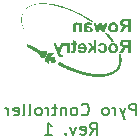
<source format=gbr>
%TF.GenerationSoftware,KiCad,Pcbnew,8.0.6*%
%TF.CreationDate,2024-10-29T20:24:22-04:00*%
%TF.ProjectId,Pyro-Controller,5079726f-2d43-46f6-9e74-726f6c6c6572,rev?*%
%TF.SameCoordinates,Original*%
%TF.FileFunction,Legend,Bot*%
%TF.FilePolarity,Positive*%
%FSLAX46Y46*%
G04 Gerber Fmt 4.6, Leading zero omitted, Abs format (unit mm)*
G04 Created by KiCad (PCBNEW 8.0.6) date 2024-10-29 20:24:22*
%MOMM*%
%LPD*%
G01*
G04 APERTURE LIST*
%ADD10C,0.200000*%
%ADD11C,0.000000*%
G04 APERTURE END LIST*
D10*
X42543405Y-40929275D02*
X42543405Y-39929275D01*
X42543405Y-39929275D02*
X42162453Y-39929275D01*
X42162453Y-39929275D02*
X42067215Y-39976894D01*
X42067215Y-39976894D02*
X42019596Y-40024513D01*
X42019596Y-40024513D02*
X41971977Y-40119751D01*
X41971977Y-40119751D02*
X41971977Y-40262608D01*
X41971977Y-40262608D02*
X42019596Y-40357846D01*
X42019596Y-40357846D02*
X42067215Y-40405465D01*
X42067215Y-40405465D02*
X42162453Y-40453084D01*
X42162453Y-40453084D02*
X42543405Y-40453084D01*
X41638643Y-40262608D02*
X41400548Y-40929275D01*
X41162453Y-40262608D02*
X41400548Y-40929275D01*
X41400548Y-40929275D02*
X41495786Y-41167370D01*
X41495786Y-41167370D02*
X41543405Y-41214989D01*
X41543405Y-41214989D02*
X41638643Y-41262608D01*
X40781500Y-40929275D02*
X40781500Y-40262608D01*
X40781500Y-40453084D02*
X40733881Y-40357846D01*
X40733881Y-40357846D02*
X40686262Y-40310227D01*
X40686262Y-40310227D02*
X40591024Y-40262608D01*
X40591024Y-40262608D02*
X40495786Y-40262608D01*
X40019595Y-40929275D02*
X40114833Y-40881656D01*
X40114833Y-40881656D02*
X40162452Y-40834036D01*
X40162452Y-40834036D02*
X40210071Y-40738798D01*
X40210071Y-40738798D02*
X40210071Y-40453084D01*
X40210071Y-40453084D02*
X40162452Y-40357846D01*
X40162452Y-40357846D02*
X40114833Y-40310227D01*
X40114833Y-40310227D02*
X40019595Y-40262608D01*
X40019595Y-40262608D02*
X39876738Y-40262608D01*
X39876738Y-40262608D02*
X39781500Y-40310227D01*
X39781500Y-40310227D02*
X39733881Y-40357846D01*
X39733881Y-40357846D02*
X39686262Y-40453084D01*
X39686262Y-40453084D02*
X39686262Y-40738798D01*
X39686262Y-40738798D02*
X39733881Y-40834036D01*
X39733881Y-40834036D02*
X39781500Y-40881656D01*
X39781500Y-40881656D02*
X39876738Y-40929275D01*
X39876738Y-40929275D02*
X40019595Y-40929275D01*
X37924357Y-40834036D02*
X37971976Y-40881656D01*
X37971976Y-40881656D02*
X38114833Y-40929275D01*
X38114833Y-40929275D02*
X38210071Y-40929275D01*
X38210071Y-40929275D02*
X38352928Y-40881656D01*
X38352928Y-40881656D02*
X38448166Y-40786417D01*
X38448166Y-40786417D02*
X38495785Y-40691179D01*
X38495785Y-40691179D02*
X38543404Y-40500703D01*
X38543404Y-40500703D02*
X38543404Y-40357846D01*
X38543404Y-40357846D02*
X38495785Y-40167370D01*
X38495785Y-40167370D02*
X38448166Y-40072132D01*
X38448166Y-40072132D02*
X38352928Y-39976894D01*
X38352928Y-39976894D02*
X38210071Y-39929275D01*
X38210071Y-39929275D02*
X38114833Y-39929275D01*
X38114833Y-39929275D02*
X37971976Y-39976894D01*
X37971976Y-39976894D02*
X37924357Y-40024513D01*
X37352928Y-40929275D02*
X37448166Y-40881656D01*
X37448166Y-40881656D02*
X37495785Y-40834036D01*
X37495785Y-40834036D02*
X37543404Y-40738798D01*
X37543404Y-40738798D02*
X37543404Y-40453084D01*
X37543404Y-40453084D02*
X37495785Y-40357846D01*
X37495785Y-40357846D02*
X37448166Y-40310227D01*
X37448166Y-40310227D02*
X37352928Y-40262608D01*
X37352928Y-40262608D02*
X37210071Y-40262608D01*
X37210071Y-40262608D02*
X37114833Y-40310227D01*
X37114833Y-40310227D02*
X37067214Y-40357846D01*
X37067214Y-40357846D02*
X37019595Y-40453084D01*
X37019595Y-40453084D02*
X37019595Y-40738798D01*
X37019595Y-40738798D02*
X37067214Y-40834036D01*
X37067214Y-40834036D02*
X37114833Y-40881656D01*
X37114833Y-40881656D02*
X37210071Y-40929275D01*
X37210071Y-40929275D02*
X37352928Y-40929275D01*
X36591023Y-40262608D02*
X36591023Y-40929275D01*
X36591023Y-40357846D02*
X36543404Y-40310227D01*
X36543404Y-40310227D02*
X36448166Y-40262608D01*
X36448166Y-40262608D02*
X36305309Y-40262608D01*
X36305309Y-40262608D02*
X36210071Y-40310227D01*
X36210071Y-40310227D02*
X36162452Y-40405465D01*
X36162452Y-40405465D02*
X36162452Y-40929275D01*
X35829118Y-40262608D02*
X35448166Y-40262608D01*
X35686261Y-39929275D02*
X35686261Y-40786417D01*
X35686261Y-40786417D02*
X35638642Y-40881656D01*
X35638642Y-40881656D02*
X35543404Y-40929275D01*
X35543404Y-40929275D02*
X35448166Y-40929275D01*
X35114832Y-40929275D02*
X35114832Y-40262608D01*
X35114832Y-40453084D02*
X35067213Y-40357846D01*
X35067213Y-40357846D02*
X35019594Y-40310227D01*
X35019594Y-40310227D02*
X34924356Y-40262608D01*
X34924356Y-40262608D02*
X34829118Y-40262608D01*
X34352927Y-40929275D02*
X34448165Y-40881656D01*
X34448165Y-40881656D02*
X34495784Y-40834036D01*
X34495784Y-40834036D02*
X34543403Y-40738798D01*
X34543403Y-40738798D02*
X34543403Y-40453084D01*
X34543403Y-40453084D02*
X34495784Y-40357846D01*
X34495784Y-40357846D02*
X34448165Y-40310227D01*
X34448165Y-40310227D02*
X34352927Y-40262608D01*
X34352927Y-40262608D02*
X34210070Y-40262608D01*
X34210070Y-40262608D02*
X34114832Y-40310227D01*
X34114832Y-40310227D02*
X34067213Y-40357846D01*
X34067213Y-40357846D02*
X34019594Y-40453084D01*
X34019594Y-40453084D02*
X34019594Y-40738798D01*
X34019594Y-40738798D02*
X34067213Y-40834036D01*
X34067213Y-40834036D02*
X34114832Y-40881656D01*
X34114832Y-40881656D02*
X34210070Y-40929275D01*
X34210070Y-40929275D02*
X34352927Y-40929275D01*
X33448165Y-40929275D02*
X33543403Y-40881656D01*
X33543403Y-40881656D02*
X33591022Y-40786417D01*
X33591022Y-40786417D02*
X33591022Y-39929275D01*
X32924355Y-40929275D02*
X33019593Y-40881656D01*
X33019593Y-40881656D02*
X33067212Y-40786417D01*
X33067212Y-40786417D02*
X33067212Y-39929275D01*
X32162450Y-40881656D02*
X32257688Y-40929275D01*
X32257688Y-40929275D02*
X32448164Y-40929275D01*
X32448164Y-40929275D02*
X32543402Y-40881656D01*
X32543402Y-40881656D02*
X32591021Y-40786417D01*
X32591021Y-40786417D02*
X32591021Y-40405465D01*
X32591021Y-40405465D02*
X32543402Y-40310227D01*
X32543402Y-40310227D02*
X32448164Y-40262608D01*
X32448164Y-40262608D02*
X32257688Y-40262608D01*
X32257688Y-40262608D02*
X32162450Y-40310227D01*
X32162450Y-40310227D02*
X32114831Y-40405465D01*
X32114831Y-40405465D02*
X32114831Y-40500703D01*
X32114831Y-40500703D02*
X32591021Y-40595941D01*
X31686259Y-40929275D02*
X31686259Y-40262608D01*
X31686259Y-40453084D02*
X31638640Y-40357846D01*
X31638640Y-40357846D02*
X31591021Y-40310227D01*
X31591021Y-40310227D02*
X31495783Y-40262608D01*
X31495783Y-40262608D02*
X31400545Y-40262608D01*
X38638642Y-42539219D02*
X38971975Y-42063028D01*
X39210070Y-42539219D02*
X39210070Y-41539219D01*
X39210070Y-41539219D02*
X38829118Y-41539219D01*
X38829118Y-41539219D02*
X38733880Y-41586838D01*
X38733880Y-41586838D02*
X38686261Y-41634457D01*
X38686261Y-41634457D02*
X38638642Y-41729695D01*
X38638642Y-41729695D02*
X38638642Y-41872552D01*
X38638642Y-41872552D02*
X38686261Y-41967790D01*
X38686261Y-41967790D02*
X38733880Y-42015409D01*
X38733880Y-42015409D02*
X38829118Y-42063028D01*
X38829118Y-42063028D02*
X39210070Y-42063028D01*
X37829118Y-42491600D02*
X37924356Y-42539219D01*
X37924356Y-42539219D02*
X38114832Y-42539219D01*
X38114832Y-42539219D02*
X38210070Y-42491600D01*
X38210070Y-42491600D02*
X38257689Y-42396361D01*
X38257689Y-42396361D02*
X38257689Y-42015409D01*
X38257689Y-42015409D02*
X38210070Y-41920171D01*
X38210070Y-41920171D02*
X38114832Y-41872552D01*
X38114832Y-41872552D02*
X37924356Y-41872552D01*
X37924356Y-41872552D02*
X37829118Y-41920171D01*
X37829118Y-41920171D02*
X37781499Y-42015409D01*
X37781499Y-42015409D02*
X37781499Y-42110647D01*
X37781499Y-42110647D02*
X38257689Y-42205885D01*
X37448165Y-41872552D02*
X37210070Y-42539219D01*
X37210070Y-42539219D02*
X36971975Y-41872552D01*
X36591022Y-42443980D02*
X36543403Y-42491600D01*
X36543403Y-42491600D02*
X36591022Y-42539219D01*
X36591022Y-42539219D02*
X36638641Y-42491600D01*
X36638641Y-42491600D02*
X36591022Y-42443980D01*
X36591022Y-42443980D02*
X36591022Y-42539219D01*
X34829118Y-42539219D02*
X35400546Y-42539219D01*
X35114832Y-42539219D02*
X35114832Y-41539219D01*
X35114832Y-41539219D02*
X35210070Y-41682076D01*
X35210070Y-41682076D02*
X35305308Y-41777314D01*
X35305308Y-41777314D02*
X35400546Y-41824933D01*
D11*
%TO.C,G\u002A\u002A\u002A*%
G36*
X33002402Y-33552751D02*
G01*
X33007577Y-33561819D01*
X33016356Y-33579274D01*
X33027811Y-33603243D01*
X33041015Y-33631849D01*
X33047364Y-33645951D01*
X33059103Y-33672829D01*
X33068034Y-33694406D01*
X33073377Y-33708760D01*
X33074350Y-33713967D01*
X33073930Y-33713726D01*
X33069372Y-33706470D01*
X33061406Y-33690898D01*
X33051119Y-33669425D01*
X33039596Y-33644466D01*
X33027925Y-33618436D01*
X33017191Y-33593752D01*
X33008481Y-33572828D01*
X33002881Y-33558080D01*
X33001476Y-33551923D01*
X33002402Y-33552751D01*
G37*
G36*
X40146397Y-34005000D02*
G01*
X40175373Y-34035036D01*
X40211216Y-34072284D01*
X40241149Y-34103586D01*
X40266703Y-34130613D01*
X40289410Y-34155033D01*
X40310801Y-34178514D01*
X40332407Y-34202725D01*
X40355761Y-34229336D01*
X40382392Y-34260016D01*
X40413834Y-34296432D01*
X40418686Y-34302060D01*
X40443705Y-34331146D01*
X40464890Y-34355992D01*
X40483640Y-34378344D01*
X40501357Y-34399949D01*
X40519440Y-34422554D01*
X40539291Y-34447905D01*
X40562309Y-34477749D01*
X40589896Y-34513834D01*
X40623450Y-34557906D01*
X40710515Y-34672362D01*
X40607706Y-34672362D01*
X40504898Y-34672362D01*
X40436096Y-34580916D01*
X40427789Y-34569911D01*
X40368233Y-34493039D01*
X40305034Y-34415020D01*
X40237045Y-34334520D01*
X40163121Y-34250202D01*
X40082116Y-34160733D01*
X39992882Y-34064777D01*
X39984015Y-34055337D01*
X39961562Y-34031135D01*
X39946313Y-34013896D01*
X39937298Y-34002247D01*
X39933546Y-33994815D01*
X39934085Y-33990226D01*
X39937943Y-33987107D01*
X39941691Y-33984916D01*
X39965660Y-33964277D01*
X39986193Y-33935588D01*
X40000620Y-33902456D01*
X40011916Y-33865660D01*
X40146397Y-34005000D01*
G37*
G36*
X39165505Y-35069142D02*
G01*
X39165505Y-35630737D01*
X39055627Y-35630737D01*
X38945750Y-35630737D01*
X38945456Y-35497969D01*
X38945162Y-35365200D01*
X38898040Y-35314715D01*
X38850918Y-35264230D01*
X38750305Y-35447299D01*
X38649691Y-35630369D01*
X38531969Y-35630553D01*
X38526394Y-35630561D01*
X38487179Y-35630539D01*
X38458481Y-35630260D01*
X38438795Y-35629581D01*
X38426613Y-35628363D01*
X38420429Y-35626463D01*
X38418737Y-35623741D01*
X38420029Y-35620055D01*
X38423435Y-35613995D01*
X38432442Y-35598138D01*
X38446326Y-35573765D01*
X38464459Y-35541976D01*
X38486212Y-35503871D01*
X38510959Y-35460551D01*
X38538071Y-35413116D01*
X38566919Y-35362666D01*
X38593219Y-35316545D01*
X38619992Y-35269286D01*
X38644209Y-35226215D01*
X38665282Y-35188397D01*
X38682621Y-35156897D01*
X38695635Y-35132781D01*
X38703734Y-35117114D01*
X38706329Y-35110960D01*
X38704441Y-35108436D01*
X38695272Y-35097827D01*
X38679397Y-35080068D01*
X38657807Y-35056250D01*
X38631493Y-35027466D01*
X38601445Y-34994805D01*
X38568657Y-34959360D01*
X38432684Y-34812761D01*
X38566927Y-34812761D01*
X38701170Y-34812761D01*
X38821934Y-34951085D01*
X38942698Y-35089409D01*
X38944283Y-34798478D01*
X38945868Y-34507546D01*
X39055686Y-34507546D01*
X39165505Y-34507546D01*
X39165505Y-35069142D01*
G37*
G36*
X37504942Y-33043327D02*
G01*
X37559592Y-33051167D01*
X37609015Y-33068124D01*
X37655621Y-33095174D01*
X37701818Y-33133291D01*
X37743202Y-33172183D01*
X37743202Y-33116504D01*
X37743202Y-33060826D01*
X37843923Y-33060826D01*
X37944644Y-33060826D01*
X37944644Y-33469815D01*
X37944644Y-33878803D01*
X37835170Y-33878803D01*
X37725695Y-33878803D01*
X37723468Y-33611740D01*
X37722941Y-33552855D01*
X37722332Y-33497493D01*
X37721652Y-33452134D01*
X37720852Y-33415613D01*
X37719880Y-33386765D01*
X37718687Y-33364427D01*
X37717221Y-33347432D01*
X37715433Y-33334617D01*
X37713271Y-33324816D01*
X37710686Y-33316865D01*
X37699308Y-33292685D01*
X37673118Y-33258321D01*
X37639283Y-33232610D01*
X37599231Y-33216521D01*
X37554390Y-33211019D01*
X37531670Y-33211901D01*
X37506960Y-33216761D01*
X37485920Y-33227526D01*
X37463763Y-33246047D01*
X37463654Y-33246151D01*
X37454930Y-33254832D01*
X37447585Y-33263689D01*
X37441487Y-33273816D01*
X37436505Y-33286306D01*
X37432510Y-33302254D01*
X37429370Y-33322753D01*
X37426955Y-33348898D01*
X37425134Y-33381781D01*
X37423777Y-33422497D01*
X37422752Y-33472141D01*
X37421930Y-33531805D01*
X37421179Y-33602583D01*
X37418446Y-33878803D01*
X37312235Y-33878803D01*
X37206024Y-33878803D01*
X37206024Y-33577761D01*
X37206166Y-33500952D01*
X37206596Y-33431808D01*
X37207304Y-33372262D01*
X37208279Y-33322837D01*
X37209511Y-33284054D01*
X37210990Y-33256434D01*
X37212705Y-33240498D01*
X37222168Y-33203711D01*
X37244055Y-33156379D01*
X37275043Y-33116618D01*
X37314516Y-33084889D01*
X37361855Y-33061655D01*
X37416444Y-33047376D01*
X37477665Y-33042513D01*
X37504942Y-33043327D01*
G37*
G36*
X37198118Y-34525983D02*
G01*
X37206214Y-34530089D01*
X37222831Y-34539321D01*
X37246332Y-34552744D01*
X37275076Y-34569425D01*
X37307425Y-34588428D01*
X37413335Y-34650997D01*
X37413453Y-34731879D01*
X37413570Y-34812761D01*
X37462404Y-34812761D01*
X37511239Y-34812761D01*
X37511239Y-34895169D01*
X37511239Y-34977577D01*
X37462404Y-34977577D01*
X37413570Y-34977577D01*
X37413570Y-35220916D01*
X37413570Y-35221417D01*
X37413410Y-35279336D01*
X37412957Y-35333397D01*
X37412241Y-35382210D01*
X37411295Y-35424382D01*
X37410148Y-35458522D01*
X37408833Y-35483237D01*
X37407380Y-35497136D01*
X37402775Y-35517702D01*
X37386924Y-35559800D01*
X37363431Y-35593061D01*
X37331330Y-35618637D01*
X37289654Y-35637683D01*
X37262972Y-35644256D01*
X37223371Y-35648454D01*
X37179257Y-35648591D01*
X37134448Y-35644687D01*
X37092766Y-35636758D01*
X37086457Y-35635109D01*
X37064202Y-35628695D01*
X37047334Y-35622918D01*
X37039099Y-35618862D01*
X37037655Y-35613240D01*
X37037249Y-35597932D01*
X37038102Y-35575892D01*
X37039955Y-35549826D01*
X37042545Y-35522435D01*
X37045611Y-35496425D01*
X37048892Y-35474498D01*
X37052127Y-35459360D01*
X37055054Y-35453713D01*
X37061705Y-35454758D01*
X37077250Y-35458199D01*
X37097455Y-35463208D01*
X37114953Y-35467109D01*
X37143584Y-35469179D01*
X37165189Y-35463362D01*
X37181532Y-35449369D01*
X37182072Y-35448675D01*
X37185143Y-35444138D01*
X37187627Y-35438500D01*
X37189585Y-35430527D01*
X37191081Y-35418985D01*
X37192175Y-35402639D01*
X37192932Y-35380256D01*
X37193411Y-35350602D01*
X37193677Y-35312441D01*
X37193791Y-35264540D01*
X37193815Y-35205665D01*
X37193815Y-34977577D01*
X37120564Y-34977577D01*
X37047312Y-34977577D01*
X37047312Y-34895169D01*
X37047312Y-34812761D01*
X37120564Y-34812761D01*
X37193815Y-34812761D01*
X37193815Y-34669310D01*
X37193879Y-34643343D01*
X37194219Y-34605544D01*
X37194813Y-34573210D01*
X37195615Y-34548028D01*
X37196581Y-34531682D01*
X37197665Y-34525859D01*
X37198118Y-34525983D01*
G37*
G36*
X41022059Y-33520998D02*
G01*
X41017496Y-33568765D01*
X41009285Y-33610428D01*
X40996831Y-33648975D01*
X40979536Y-33687393D01*
X40972415Y-33700730D01*
X40935731Y-33753832D01*
X40889787Y-33799942D01*
X40835710Y-33838229D01*
X40774629Y-33867858D01*
X40707671Y-33887999D01*
X40706655Y-33888217D01*
X40671574Y-33893307D01*
X40629436Y-33895879D01*
X40584971Y-33895923D01*
X40542910Y-33893431D01*
X40507982Y-33888393D01*
X40463667Y-33876084D01*
X40403173Y-33849084D01*
X40348040Y-33812186D01*
X40299333Y-33766442D01*
X40258120Y-33712906D01*
X40225467Y-33652632D01*
X40202441Y-33586672D01*
X40194814Y-33545855D01*
X40190634Y-33497658D01*
X40190341Y-33473185D01*
X40412699Y-33473185D01*
X40417425Y-33529154D01*
X40429514Y-33582663D01*
X40444412Y-33616856D01*
X40468801Y-33651727D01*
X40498933Y-33680786D01*
X40532032Y-33700836D01*
X40562842Y-33711356D01*
X40608653Y-33717334D01*
X40652838Y-33712163D01*
X40693953Y-33696463D01*
X40730557Y-33670853D01*
X40761205Y-33635954D01*
X40784456Y-33592385D01*
X40787518Y-33584392D01*
X40792125Y-33569540D01*
X40795181Y-33553381D01*
X40796990Y-33533189D01*
X40797853Y-33506242D01*
X40798073Y-33469815D01*
X40797424Y-33429919D01*
X40794517Y-33390769D01*
X40788631Y-33359154D01*
X40779065Y-33332583D01*
X40765121Y-33308564D01*
X40746098Y-33284604D01*
X40716625Y-33257548D01*
X40677894Y-33235782D01*
X40636007Y-33224266D01*
X40592863Y-33223025D01*
X40550365Y-33232081D01*
X40510412Y-33251459D01*
X40474905Y-33281183D01*
X40461899Y-33296542D01*
X40445964Y-33319108D01*
X40434970Y-33339108D01*
X40425033Y-33367510D01*
X40415261Y-33418167D01*
X40412699Y-33473185D01*
X40190341Y-33473185D01*
X40190028Y-33447003D01*
X40193051Y-33398531D01*
X40199756Y-33356885D01*
X40206100Y-33333216D01*
X40230553Y-33271480D01*
X40264644Y-33214124D01*
X40306985Y-33162929D01*
X40356186Y-33119676D01*
X40410858Y-33086148D01*
X40447059Y-33070057D01*
X40496887Y-33054303D01*
X40549772Y-33045450D01*
X40609722Y-33042619D01*
X40645089Y-33043723D01*
X40716911Y-33053915D01*
X40782597Y-33074579D01*
X40841803Y-33105468D01*
X40894185Y-33146338D01*
X40939397Y-33196941D01*
X40977095Y-33257031D01*
X41006935Y-33326363D01*
X41007556Y-33328145D01*
X41014068Y-33347819D01*
X41018576Y-33364924D01*
X41021429Y-33382417D01*
X41022977Y-33403251D01*
X41023572Y-33430381D01*
X41023561Y-33466762D01*
X41023476Y-33469815D01*
X41022059Y-33520998D01*
G37*
G36*
X41022059Y-35272933D02*
G01*
X41017496Y-35320700D01*
X41009285Y-35362362D01*
X40996831Y-35400909D01*
X40979536Y-35439328D01*
X40972415Y-35452664D01*
X40935731Y-35505766D01*
X40889787Y-35551877D01*
X40835710Y-35590163D01*
X40774629Y-35619793D01*
X40707671Y-35639934D01*
X40706655Y-35640152D01*
X40671574Y-35645241D01*
X40629436Y-35647813D01*
X40584971Y-35647858D01*
X40542910Y-35645366D01*
X40507982Y-35640328D01*
X40463667Y-35628019D01*
X40403173Y-35601019D01*
X40348040Y-35564120D01*
X40299333Y-35518377D01*
X40258120Y-35464841D01*
X40225467Y-35404567D01*
X40202441Y-35338607D01*
X40194814Y-35297790D01*
X40190634Y-35249593D01*
X40190341Y-35225119D01*
X40412699Y-35225119D01*
X40417425Y-35281088D01*
X40429514Y-35334597D01*
X40444412Y-35368790D01*
X40468801Y-35403661D01*
X40498933Y-35432721D01*
X40532032Y-35452771D01*
X40562842Y-35463290D01*
X40608653Y-35469269D01*
X40652838Y-35464098D01*
X40693953Y-35448398D01*
X40730557Y-35422788D01*
X40761205Y-35387888D01*
X40784456Y-35344320D01*
X40787518Y-35336326D01*
X40792125Y-35321475D01*
X40795181Y-35305315D01*
X40796990Y-35285124D01*
X40797853Y-35258176D01*
X40798073Y-35221749D01*
X40797424Y-35181853D01*
X40794517Y-35142704D01*
X40788631Y-35111089D01*
X40779065Y-35084518D01*
X40765121Y-35060498D01*
X40746098Y-35036539D01*
X40716625Y-35009483D01*
X40677894Y-34987717D01*
X40636007Y-34976201D01*
X40592863Y-34974959D01*
X40550365Y-34984015D01*
X40510412Y-35003394D01*
X40474905Y-35033118D01*
X40461899Y-35048476D01*
X40445964Y-35071043D01*
X40434970Y-35091043D01*
X40425033Y-35119445D01*
X40415261Y-35170101D01*
X40412699Y-35225119D01*
X40190341Y-35225119D01*
X40190028Y-35198938D01*
X40193051Y-35150466D01*
X40199756Y-35108820D01*
X40206100Y-35085150D01*
X40230553Y-35023415D01*
X40264644Y-34966059D01*
X40306985Y-34914863D01*
X40356186Y-34871611D01*
X40410858Y-34838083D01*
X40447059Y-34821991D01*
X40496887Y-34806238D01*
X40549772Y-34797385D01*
X40609722Y-34794554D01*
X40645089Y-34795658D01*
X40716911Y-34805849D01*
X40782597Y-34826513D01*
X40841803Y-34857403D01*
X40894185Y-34898272D01*
X40939397Y-34948875D01*
X40977095Y-35008966D01*
X41006935Y-35078298D01*
X41007556Y-35080080D01*
X41014068Y-35099753D01*
X41018576Y-35116859D01*
X41021429Y-35134351D01*
X41022977Y-35155185D01*
X41023572Y-35182315D01*
X41023561Y-35218697D01*
X41023476Y-35221749D01*
X41022059Y-35272933D01*
G37*
G36*
X42107778Y-33316780D02*
G01*
X42107778Y-33878803D01*
X41991796Y-33878803D01*
X41875815Y-33878803D01*
X41875815Y-33642869D01*
X41875815Y-33406936D01*
X41807915Y-33411060D01*
X41793309Y-33412057D01*
X41753222Y-33416622D01*
X41721479Y-33424161D01*
X41695196Y-33435847D01*
X41671490Y-33452855D01*
X41647477Y-33476357D01*
X41638809Y-33486675D01*
X41622941Y-33507391D01*
X41602235Y-33535665D01*
X41577723Y-33570046D01*
X41550437Y-33609085D01*
X41521410Y-33651331D01*
X41491674Y-33695333D01*
X41368743Y-33878803D01*
X41231904Y-33878803D01*
X41095064Y-33878803D01*
X41178034Y-33746034D01*
X41184319Y-33735985D01*
X41223979Y-33673081D01*
X41258430Y-33619569D01*
X41288468Y-33574427D01*
X41314888Y-33536635D01*
X41338487Y-33505169D01*
X41360058Y-33479009D01*
X41380398Y-33457133D01*
X41400302Y-33438518D01*
X41420566Y-33422143D01*
X41441985Y-33406986D01*
X41457390Y-33395832D01*
X41466809Y-33386625D01*
X41466402Y-33382236D01*
X41457696Y-33379829D01*
X41440384Y-33375218D01*
X41419018Y-33369631D01*
X41390212Y-33360984D01*
X41333638Y-33335735D01*
X41285727Y-33302028D01*
X41246839Y-33260297D01*
X41217335Y-33210976D01*
X41197575Y-33154498D01*
X41189018Y-33098488D01*
X41424735Y-33098488D01*
X41430117Y-33134078D01*
X41440001Y-33157705D01*
X41461449Y-33185218D01*
X41489981Y-33206673D01*
X41522749Y-33219443D01*
X41534190Y-33221162D01*
X41557642Y-33223305D01*
X41589564Y-33225386D01*
X41627899Y-33227290D01*
X41670589Y-33228904D01*
X41715577Y-33230113D01*
X41875815Y-33233531D01*
X41875815Y-33089188D01*
X41875815Y-32944845D01*
X41736942Y-32945113D01*
X41717406Y-32945175D01*
X41657088Y-32945821D01*
X41607314Y-32947336D01*
X41566801Y-32949981D01*
X41534265Y-32954016D01*
X41508424Y-32959702D01*
X41487994Y-32967301D01*
X41471693Y-32977072D01*
X41458237Y-32989277D01*
X41446343Y-33004177D01*
X41434325Y-33028065D01*
X41426312Y-33061756D01*
X41424735Y-33098488D01*
X41189018Y-33098488D01*
X41187919Y-33091298D01*
X41187183Y-33072612D01*
X41191624Y-33014133D01*
X41205732Y-32958428D01*
X41228655Y-32907132D01*
X41259542Y-32861879D01*
X41297541Y-32824302D01*
X41341801Y-32796036D01*
X41355714Y-32789367D01*
X41370561Y-32782864D01*
X41385509Y-32777380D01*
X41401660Y-32772817D01*
X41420114Y-32769080D01*
X41441971Y-32766070D01*
X41468333Y-32763691D01*
X41500299Y-32761847D01*
X41538971Y-32760440D01*
X41585449Y-32759373D01*
X41640833Y-32758551D01*
X41706225Y-32757876D01*
X41782724Y-32757250D01*
X42107778Y-32754757D01*
X42107778Y-33089188D01*
X42107778Y-33316780D01*
G37*
G36*
X42107778Y-35068714D02*
G01*
X42107778Y-35630737D01*
X41991796Y-35630737D01*
X41875815Y-35630737D01*
X41875815Y-35394804D01*
X41875815Y-35158871D01*
X41807915Y-35162995D01*
X41793309Y-35163992D01*
X41753222Y-35168557D01*
X41721479Y-35176096D01*
X41695196Y-35187782D01*
X41671490Y-35204790D01*
X41647477Y-35228292D01*
X41638809Y-35238610D01*
X41622941Y-35259325D01*
X41602235Y-35287599D01*
X41577723Y-35321981D01*
X41550437Y-35361020D01*
X41521410Y-35403266D01*
X41491674Y-35447268D01*
X41368743Y-35630737D01*
X41231904Y-35630737D01*
X41095064Y-35630737D01*
X41178034Y-35497969D01*
X41184319Y-35487920D01*
X41223979Y-35425015D01*
X41258430Y-35371503D01*
X41288468Y-35326362D01*
X41314888Y-35288570D01*
X41338487Y-35257104D01*
X41360058Y-35230944D01*
X41380398Y-35209067D01*
X41400302Y-35190452D01*
X41420566Y-35174078D01*
X41441985Y-35158921D01*
X41457390Y-35147767D01*
X41466809Y-35138560D01*
X41466402Y-35134170D01*
X41457696Y-35131763D01*
X41440384Y-35127153D01*
X41419018Y-35121566D01*
X41390212Y-35112918D01*
X41333638Y-35087670D01*
X41285727Y-35053963D01*
X41246839Y-35012232D01*
X41217335Y-34962911D01*
X41197575Y-34906433D01*
X41189018Y-34850423D01*
X41424735Y-34850423D01*
X41430117Y-34886013D01*
X41440001Y-34909640D01*
X41461449Y-34937153D01*
X41489981Y-34958607D01*
X41522749Y-34971378D01*
X41534190Y-34973096D01*
X41557642Y-34975240D01*
X41589564Y-34977321D01*
X41627899Y-34979225D01*
X41670589Y-34980839D01*
X41715577Y-34982048D01*
X41875815Y-34985465D01*
X41875815Y-34841122D01*
X41875815Y-34696779D01*
X41736942Y-34697047D01*
X41717406Y-34697109D01*
X41657088Y-34697755D01*
X41607314Y-34699270D01*
X41566801Y-34701915D01*
X41534265Y-34705950D01*
X41508424Y-34711637D01*
X41487994Y-34719235D01*
X41471693Y-34729007D01*
X41458237Y-34741212D01*
X41446343Y-34756111D01*
X41434325Y-34780000D01*
X41426312Y-34813690D01*
X41424735Y-34850423D01*
X41189018Y-34850423D01*
X41187919Y-34843233D01*
X41187183Y-34824547D01*
X41191624Y-34766068D01*
X41205732Y-34710363D01*
X41228655Y-34659067D01*
X41259542Y-34613813D01*
X41297541Y-34576237D01*
X41341801Y-34547971D01*
X41355714Y-34541301D01*
X41370561Y-34534799D01*
X41385509Y-34529315D01*
X41401660Y-34524752D01*
X41420114Y-34521014D01*
X41441971Y-34518004D01*
X41468333Y-34515626D01*
X41500299Y-34513781D01*
X41538971Y-34512374D01*
X41585449Y-34511308D01*
X41640833Y-34510486D01*
X41706225Y-34509810D01*
X41782724Y-34509185D01*
X42107778Y-34506691D01*
X42107778Y-34841122D01*
X42107778Y-35068714D01*
G37*
G36*
X38351308Y-35175230D02*
G01*
X38351679Y-35252271D01*
X38351208Y-35262832D01*
X38347842Y-35310337D01*
X38342236Y-35350053D01*
X38333542Y-35385623D01*
X38320909Y-35420689D01*
X38303487Y-35458893D01*
X38281390Y-35497753D01*
X38242459Y-35546329D01*
X38195371Y-35585848D01*
X38140252Y-35616212D01*
X38077229Y-35637321D01*
X38072103Y-35638512D01*
X38033477Y-35644557D01*
X37988179Y-35647790D01*
X37940726Y-35648156D01*
X37895638Y-35645598D01*
X37857433Y-35640060D01*
X37811149Y-35626564D01*
X37755552Y-35599588D01*
X37705842Y-35562859D01*
X37663484Y-35517503D01*
X37629938Y-35464648D01*
X37629771Y-35464319D01*
X37617517Y-35438228D01*
X37611501Y-35420567D01*
X37612012Y-35412186D01*
X37616170Y-35410324D01*
X37630824Y-35406423D01*
X37653315Y-35401615D01*
X37681167Y-35396313D01*
X37711905Y-35390927D01*
X37743052Y-35385871D01*
X37772131Y-35381557D01*
X37796667Y-35378397D01*
X37814183Y-35376804D01*
X37822203Y-35377189D01*
X37824128Y-35378726D01*
X37828663Y-35388783D01*
X37830087Y-35393986D01*
X37836621Y-35407631D01*
X37846660Y-35424763D01*
X37861728Y-35444645D01*
X37887475Y-35465115D01*
X37919607Y-35476756D01*
X37959905Y-35480441D01*
X37991956Y-35477726D01*
X38032825Y-35464847D01*
X38067475Y-35442020D01*
X38095162Y-35409954D01*
X38115145Y-35369359D01*
X38126681Y-35320944D01*
X38131857Y-35282792D01*
X37863468Y-35282792D01*
X37595079Y-35282792D01*
X37598331Y-35204962D01*
X37603464Y-35148498D01*
X37808777Y-35148498D01*
X37968275Y-35148498D01*
X38127773Y-35148498D01*
X38127773Y-35131515D01*
X38127302Y-35124049D01*
X38124338Y-35104484D01*
X38119549Y-35082828D01*
X38118055Y-35077395D01*
X38100720Y-35036924D01*
X38075534Y-35004458D01*
X38044111Y-34980674D01*
X38008068Y-34966249D01*
X37969020Y-34961861D01*
X37928582Y-34968188D01*
X37888371Y-34985906D01*
X37879067Y-34991722D01*
X37862458Y-35004869D01*
X37849501Y-35021132D01*
X37836457Y-35044749D01*
X37826732Y-35067048D01*
X37817692Y-35093890D01*
X37812716Y-35116450D01*
X37808777Y-35148498D01*
X37603464Y-35148498D01*
X37605336Y-35127913D01*
X37619986Y-35058625D01*
X37642507Y-34997624D01*
X37673175Y-34944162D01*
X37712268Y-34897490D01*
X37739182Y-34872942D01*
X37790032Y-34838229D01*
X37846278Y-34813819D01*
X37908734Y-34799396D01*
X37978218Y-34794644D01*
X37996228Y-34794993D01*
X38063506Y-34803109D01*
X38125235Y-34821790D01*
X38180907Y-34850786D01*
X38230013Y-34889848D01*
X38272042Y-34938727D01*
X38302060Y-34987082D01*
X38326890Y-35044178D01*
X38343176Y-35106380D01*
X38346145Y-35131515D01*
X38351308Y-35175230D01*
G37*
G36*
X39743241Y-34798749D02*
G01*
X39810820Y-34813285D01*
X39871852Y-34837696D01*
X39925812Y-34871573D01*
X39972175Y-34914507D01*
X40010417Y-34966089D01*
X40040014Y-35025909D01*
X40060440Y-35093559D01*
X40066027Y-35129170D01*
X40069467Y-35173285D01*
X40070653Y-35221425D01*
X40069582Y-35269584D01*
X40066249Y-35313757D01*
X40060653Y-35349940D01*
X40043406Y-35408026D01*
X40015039Y-35467425D01*
X39978016Y-35520200D01*
X39933357Y-35565341D01*
X39882077Y-35601839D01*
X39825194Y-35628682D01*
X39763726Y-35644859D01*
X39755195Y-35645717D01*
X39735759Y-35646777D01*
X39709867Y-35647655D01*
X39680769Y-35648219D01*
X39666593Y-35648239D01*
X39600932Y-35643545D01*
X39541270Y-35630437D01*
X39484718Y-35608328D01*
X39462717Y-35595544D01*
X39430639Y-35570672D01*
X39399174Y-35540168D01*
X39371528Y-35507227D01*
X39350910Y-35475044D01*
X39339028Y-35450213D01*
X39328008Y-35423538D01*
X39318726Y-35397646D01*
X39312033Y-35375111D01*
X39308776Y-35358506D01*
X39309804Y-35350404D01*
X39315517Y-35348443D01*
X39331080Y-35344839D01*
X39353951Y-35340199D01*
X39381720Y-35334947D01*
X39411977Y-35329504D01*
X39442308Y-35324294D01*
X39470304Y-35319738D01*
X39493552Y-35316261D01*
X39509642Y-35314284D01*
X39516162Y-35314230D01*
X39517877Y-35318306D01*
X39522174Y-35331387D01*
X39527718Y-35349940D01*
X39527823Y-35350303D01*
X39544719Y-35394185D01*
X39567306Y-35427459D01*
X39596201Y-35450623D01*
X39632020Y-35464171D01*
X39675382Y-35468602D01*
X39690232Y-35468391D01*
X39712102Y-35466225D01*
X39730661Y-35460557D01*
X39751686Y-35449977D01*
X39757945Y-35446266D01*
X39789951Y-35419836D01*
X39815309Y-35386093D01*
X39831240Y-35348578D01*
X39837336Y-35322969D01*
X39846011Y-35265948D01*
X39848948Y-35207793D01*
X39846223Y-35151519D01*
X39837908Y-35100142D01*
X39824077Y-35056678D01*
X39808385Y-35028519D01*
X39782502Y-35000090D01*
X39751420Y-34979387D01*
X39716952Y-34966432D01*
X39680908Y-34961252D01*
X39645099Y-34963871D01*
X39611336Y-34974313D01*
X39581429Y-34992602D01*
X39557191Y-35018764D01*
X39540431Y-35052824D01*
X39536190Y-35065511D01*
X39531011Y-35080053D01*
X39528208Y-35086625D01*
X39523176Y-35086741D01*
X39508233Y-35085027D01*
X39485808Y-35081734D01*
X39458311Y-35077289D01*
X39428152Y-35072117D01*
X39397743Y-35066643D01*
X39369495Y-35061291D01*
X39345817Y-35056488D01*
X39329121Y-35052657D01*
X39321816Y-35050225D01*
X39320249Y-35042462D01*
X39323898Y-35026312D01*
X39332117Y-35004463D01*
X39343879Y-34979310D01*
X39358156Y-34953253D01*
X39373920Y-34928689D01*
X39399225Y-34896809D01*
X39440345Y-34859043D01*
X39487904Y-34830267D01*
X39542677Y-34810138D01*
X39605440Y-34798313D01*
X39676968Y-34794448D01*
X39743241Y-34798749D01*
G37*
G36*
X39143074Y-33089822D02*
G01*
X39143481Y-33091205D01*
X39147625Y-33105439D01*
X39154641Y-33129670D01*
X39164104Y-33162426D01*
X39175589Y-33202235D01*
X39188672Y-33247624D01*
X39202927Y-33297122D01*
X39217931Y-33349255D01*
X39222100Y-33363726D01*
X39236542Y-33413495D01*
X39249916Y-33459050D01*
X39261843Y-33499135D01*
X39271944Y-33532497D01*
X39279841Y-33557880D01*
X39285154Y-33574030D01*
X39287506Y-33579692D01*
X39288606Y-33577132D01*
X39292492Y-33564193D01*
X39298776Y-33541402D01*
X39307145Y-33509964D01*
X39317282Y-33471080D01*
X39328872Y-33425954D01*
X39341599Y-33375788D01*
X39355149Y-33321785D01*
X39419509Y-33063878D01*
X39525859Y-33063878D01*
X39632208Y-33063878D01*
X39699273Y-33321785D01*
X39708861Y-33358527D01*
X39722414Y-33410009D01*
X39734888Y-33456855D01*
X39745954Y-33497867D01*
X39755286Y-33531845D01*
X39762557Y-33557594D01*
X39767441Y-33573914D01*
X39769611Y-33579608D01*
X39770930Y-33576653D01*
X39775342Y-33563260D01*
X39782433Y-33540142D01*
X39791854Y-33508484D01*
X39803257Y-33469473D01*
X39816292Y-33424293D01*
X39830612Y-33374132D01*
X39845867Y-33320175D01*
X39918851Y-33060826D01*
X40024829Y-33060826D01*
X40051691Y-33060859D01*
X40082731Y-33061105D01*
X40104257Y-33061739D01*
X40117886Y-33062929D01*
X40125231Y-33064842D01*
X40127908Y-33067646D01*
X40127533Y-33071509D01*
X40125919Y-33076738D01*
X40120341Y-33094682D01*
X40111865Y-33121849D01*
X40100856Y-33157080D01*
X40087676Y-33199215D01*
X40072690Y-33247096D01*
X40056261Y-33299561D01*
X40038753Y-33355451D01*
X40020530Y-33413607D01*
X40001954Y-33472869D01*
X39983390Y-33532077D01*
X39965200Y-33590072D01*
X39947750Y-33645693D01*
X39931402Y-33697781D01*
X39916519Y-33745176D01*
X39903467Y-33786719D01*
X39892607Y-33821250D01*
X39884304Y-33847609D01*
X39878921Y-33864636D01*
X39876822Y-33871172D01*
X39876772Y-33871296D01*
X39872067Y-33874229D01*
X39860092Y-33876360D01*
X39839614Y-33877775D01*
X39809402Y-33878560D01*
X39768223Y-33878803D01*
X39662459Y-33878803D01*
X39595749Y-33622562D01*
X39586232Y-33586235D01*
X39572709Y-33535437D01*
X39560233Y-33489528D01*
X39549133Y-33449666D01*
X39539738Y-33417006D01*
X39532377Y-33392706D01*
X39527377Y-33377923D01*
X39525068Y-33373812D01*
X39524211Y-33376208D01*
X39520377Y-33389149D01*
X39513963Y-33411976D01*
X39505314Y-33443422D01*
X39494775Y-33482219D01*
X39482692Y-33527102D01*
X39469409Y-33576802D01*
X39455272Y-33630052D01*
X39389447Y-33878803D01*
X39284600Y-33878803D01*
X39179753Y-33878803D01*
X39052776Y-33480497D01*
X39040085Y-33440682D01*
X39019234Y-33375232D01*
X38999617Y-33313616D01*
X38981543Y-33256808D01*
X38965323Y-33205782D01*
X38951265Y-33161514D01*
X38939679Y-33124978D01*
X38930876Y-33097148D01*
X38925164Y-33079000D01*
X38922853Y-33071509D01*
X38922438Y-33068692D01*
X38924147Y-33065601D01*
X38930009Y-33063442D01*
X38941636Y-33062051D01*
X38960637Y-33061260D01*
X38988625Y-33060907D01*
X39027209Y-33060826D01*
X39134510Y-33060826D01*
X39143074Y-33089822D01*
G37*
G36*
X33361633Y-34902410D02*
G01*
X33402022Y-34908374D01*
X33451878Y-34919841D01*
X33468439Y-34924224D01*
X33495563Y-34931919D01*
X33522143Y-34940292D01*
X33549029Y-34949769D01*
X33577071Y-34960776D01*
X33607118Y-34973741D01*
X33640022Y-34989088D01*
X33676631Y-35007243D01*
X33717797Y-35028634D01*
X33764369Y-35053686D01*
X33817197Y-35082825D01*
X33877131Y-35116477D01*
X33945022Y-35155069D01*
X34021719Y-35199026D01*
X34108072Y-35248775D01*
X34147705Y-35271624D01*
X34221072Y-35313760D01*
X34284624Y-35350013D01*
X34338813Y-35380629D01*
X34384088Y-35405856D01*
X34420901Y-35425942D01*
X34449703Y-35441133D01*
X34470943Y-35451678D01*
X34485074Y-35457823D01*
X34492545Y-35459817D01*
X34504526Y-35459193D01*
X34526263Y-35457289D01*
X34553959Y-35454413D01*
X34584408Y-35450875D01*
X34604668Y-35448404D01*
X34667476Y-35440867D01*
X34719139Y-35434898D01*
X34760396Y-35430423D01*
X34791983Y-35427371D01*
X34814640Y-35425667D01*
X34829103Y-35425240D01*
X34836111Y-35426016D01*
X34843495Y-35429823D01*
X34859325Y-35438951D01*
X34880814Y-35451835D01*
X34905508Y-35467023D01*
X34915262Y-35473117D01*
X34938150Y-35487861D01*
X34952882Y-35498606D01*
X34961229Y-35507004D01*
X34964959Y-35514708D01*
X34965843Y-35523370D01*
X34965851Y-35524499D01*
X34966296Y-35544278D01*
X34967273Y-35572313D01*
X34968626Y-35605195D01*
X34970200Y-35639514D01*
X34971838Y-35671860D01*
X34973386Y-35698825D01*
X34974688Y-35716997D01*
X34975182Y-35725502D01*
X34974575Y-35734746D01*
X34972051Y-35745131D01*
X34966900Y-35758223D01*
X34958414Y-35775586D01*
X34945884Y-35798787D01*
X34928600Y-35829391D01*
X34905854Y-35868964D01*
X34834502Y-35992663D01*
X34730729Y-36046618D01*
X34729026Y-36047503D01*
X34696338Y-36064268D01*
X34667135Y-36078849D01*
X34643245Y-36090364D01*
X34626493Y-36097931D01*
X34618706Y-36100671D01*
X34610816Y-36098148D01*
X34594463Y-36090838D01*
X34572209Y-36079889D01*
X34546491Y-36066458D01*
X34482525Y-36032147D01*
X34462863Y-35988628D01*
X34461826Y-35986325D01*
X34452669Y-35965680D01*
X34439980Y-35936706D01*
X34424848Y-35901913D01*
X34408367Y-35863810D01*
X34391627Y-35824905D01*
X34340054Y-35704700D01*
X34221020Y-35636000D01*
X34207116Y-35627975D01*
X34112225Y-35573205D01*
X34027183Y-35524102D01*
X33951351Y-35480283D01*
X33884092Y-35441366D01*
X33824768Y-35406968D01*
X33772740Y-35376707D01*
X33727372Y-35350200D01*
X33688025Y-35327065D01*
X33654061Y-35306919D01*
X33624843Y-35289379D01*
X33599733Y-35274063D01*
X33578093Y-35260589D01*
X33559285Y-35248574D01*
X33542671Y-35237636D01*
X33527614Y-35227391D01*
X33513475Y-35217457D01*
X33499616Y-35207453D01*
X33485401Y-35196994D01*
X33470191Y-35185700D01*
X33454660Y-35173651D01*
X33425562Y-35149051D01*
X33394908Y-35121058D01*
X33364528Y-35091531D01*
X33336255Y-35062326D01*
X33311920Y-35035301D01*
X33293353Y-35012314D01*
X33282387Y-34995221D01*
X33277512Y-34984390D01*
X33269347Y-34955390D01*
X33271527Y-34932713D01*
X33284111Y-34916140D01*
X33307160Y-34905454D01*
X33329353Y-34901812D01*
X33361633Y-34902410D01*
G37*
G36*
X38862931Y-33628786D02*
G01*
X38863179Y-33659048D01*
X38862933Y-33683158D01*
X38861758Y-33706684D01*
X38859049Y-33724406D01*
X38854189Y-33739950D01*
X38846563Y-33756944D01*
X38820987Y-33799030D01*
X38784429Y-33838020D01*
X38740304Y-33867662D01*
X38689369Y-33887330D01*
X38663152Y-33892390D01*
X38624267Y-33895816D01*
X38582444Y-33896195D01*
X38542574Y-33893517D01*
X38509546Y-33887769D01*
X38498916Y-33884732D01*
X38456196Y-33868059D01*
X38414286Y-33845535D01*
X38378884Y-33820110D01*
X38369672Y-33812557D01*
X38356633Y-33803130D01*
X38349154Y-33799447D01*
X38344883Y-33804398D01*
X38338591Y-33818143D01*
X38331811Y-33837599D01*
X38320059Y-33875751D01*
X38211864Y-33877417D01*
X38103670Y-33879083D01*
X38115573Y-33851315D01*
X38119363Y-33842404D01*
X38126101Y-33825756D01*
X38131692Y-33809894D01*
X38136267Y-33793520D01*
X38139955Y-33775333D01*
X38142887Y-33754034D01*
X38145192Y-33728324D01*
X38147000Y-33696904D01*
X38148440Y-33658473D01*
X38149643Y-33611733D01*
X38150739Y-33555384D01*
X38151185Y-33528545D01*
X38365533Y-33528545D01*
X38365903Y-33552532D01*
X38366919Y-33578102D01*
X38368489Y-33602374D01*
X38370522Y-33622465D01*
X38372925Y-33635495D01*
X38376807Y-33646064D01*
X38394944Y-33675702D01*
X38421305Y-33702244D01*
X38452985Y-33722531D01*
X38461229Y-33726243D01*
X38497468Y-33737484D01*
X38534148Y-33741854D01*
X38566533Y-33738681D01*
X38595271Y-33727008D01*
X38619447Y-33707415D01*
X38636312Y-33682613D01*
X38645499Y-33654743D01*
X38646638Y-33625946D01*
X38639361Y-33598365D01*
X38623299Y-33574142D01*
X38598083Y-33555417D01*
X38593364Y-33553446D01*
X38576954Y-33547972D01*
X38552689Y-33540700D01*
X38523014Y-33532283D01*
X38490378Y-33523373D01*
X38457228Y-33514620D01*
X38426010Y-33506678D01*
X38399171Y-33500198D01*
X38379159Y-33495832D01*
X38368420Y-33494232D01*
X38367099Y-33496845D01*
X38365901Y-33509022D01*
X38365533Y-33528545D01*
X38151185Y-33528545D01*
X38151856Y-33488127D01*
X38151943Y-33482724D01*
X38153017Y-33418712D01*
X38154032Y-33365611D01*
X38155052Y-33322216D01*
X38156140Y-33287322D01*
X38157361Y-33259725D01*
X38158777Y-33238219D01*
X38160453Y-33221600D01*
X38162452Y-33208663D01*
X38164838Y-33198203D01*
X38167675Y-33189017D01*
X38181440Y-33159906D01*
X38208769Y-33125364D01*
X38245491Y-33095457D01*
X38290183Y-33071291D01*
X38341424Y-33053971D01*
X38354046Y-33051477D01*
X38383522Y-33048118D01*
X38420232Y-33045963D01*
X38461406Y-33044984D01*
X38504272Y-33045155D01*
X38546058Y-33046450D01*
X38583993Y-33048841D01*
X38615305Y-33052303D01*
X38637222Y-33056808D01*
X38687593Y-33075763D01*
X38728783Y-33099241D01*
X38763332Y-33128704D01*
X38770376Y-33136452D01*
X38788727Y-33160713D01*
X38806441Y-33189041D01*
X38821699Y-33218096D01*
X38832682Y-33244537D01*
X38837569Y-33265022D01*
X38838924Y-33283037D01*
X38756516Y-33296606D01*
X38731151Y-33300792D01*
X38699683Y-33305823D01*
X38677293Y-33308754D01*
X38662149Y-33309431D01*
X38652420Y-33307697D01*
X38646271Y-33303396D01*
X38641870Y-33296373D01*
X38637386Y-33286471D01*
X38620147Y-33257936D01*
X38592362Y-33232536D01*
X38556889Y-33216358D01*
X38514050Y-33209540D01*
X38464169Y-33212223D01*
X38430650Y-33219423D01*
X38400540Y-33233397D01*
X38380328Y-33253870D01*
X38369422Y-33281482D01*
X38367233Y-33316869D01*
X38368893Y-33350105D01*
X38405519Y-33361004D01*
X38409572Y-33362172D01*
X38431718Y-33367959D01*
X38461550Y-33375147D01*
X38495664Y-33382934D01*
X38530657Y-33390516D01*
X38574181Y-33399867D01*
X38622524Y-33410965D01*
X38661612Y-33420982D01*
X38693048Y-33430368D01*
X38718435Y-33439572D01*
X38739376Y-33449044D01*
X38745440Y-33452235D01*
X38786470Y-33480592D01*
X38820802Y-33516382D01*
X38845764Y-33556897D01*
X38852954Y-33573306D01*
X38858464Y-33589704D01*
X38861575Y-33606934D01*
X38862755Y-33625946D01*
X38862931Y-33628786D01*
G37*
G36*
X36580918Y-34799862D02*
G01*
X36614522Y-34814306D01*
X36649111Y-34841042D01*
X36683033Y-34879774D01*
X36711575Y-34917744D01*
X36711575Y-34865252D01*
X36711575Y-34812761D01*
X36812296Y-34812761D01*
X36913017Y-34812761D01*
X36913017Y-35221749D01*
X36913017Y-35630737D01*
X36806192Y-35630737D01*
X36699367Y-35630737D01*
X36699345Y-35476604D01*
X36698951Y-35397998D01*
X36697512Y-35320874D01*
X36694872Y-35254349D01*
X36690877Y-35197593D01*
X36685373Y-35149774D01*
X36678206Y-35110061D01*
X36669224Y-35077623D01*
X36658272Y-35051627D01*
X36645197Y-35031243D01*
X36629846Y-35015638D01*
X36612065Y-35003983D01*
X36587671Y-34995823D01*
X36554529Y-34993444D01*
X36519594Y-34998197D01*
X36487035Y-35009884D01*
X36454780Y-35026116D01*
X36448447Y-35009477D01*
X36446181Y-35003377D01*
X36439718Y-34985497D01*
X36431169Y-34961502D01*
X36421769Y-34934847D01*
X36416493Y-34919871D01*
X36407220Y-34893851D01*
X36399383Y-34872217D01*
X36394269Y-34858543D01*
X36393398Y-34856597D01*
X36391641Y-34854592D01*
X36389326Y-34855027D01*
X36386144Y-34858652D01*
X36381785Y-34866216D01*
X36375937Y-34878470D01*
X36368292Y-34896161D01*
X36358538Y-34920041D01*
X36346367Y-34950857D01*
X36331466Y-34989361D01*
X36313528Y-35036300D01*
X36292240Y-35092426D01*
X36267294Y-35158486D01*
X36238378Y-35235231D01*
X36214053Y-35299753D01*
X36188058Y-35368647D01*
X36165854Y-35427696D01*
X36147216Y-35477790D01*
X36131920Y-35519819D01*
X36119742Y-35554671D01*
X36110456Y-35583237D01*
X36103839Y-35606405D01*
X36099667Y-35625066D01*
X36097714Y-35640107D01*
X36097757Y-35652419D01*
X36099571Y-35662892D01*
X36102931Y-35672414D01*
X36107613Y-35681874D01*
X36113394Y-35692163D01*
X36120047Y-35704170D01*
X36123313Y-35710127D01*
X36147004Y-35744093D01*
X36174664Y-35767858D01*
X36207676Y-35782052D01*
X36247418Y-35787306D01*
X36295272Y-35784252D01*
X36300430Y-35783575D01*
X36321878Y-35781055D01*
X36337363Y-35779709D01*
X36343824Y-35779817D01*
X36343993Y-35784958D01*
X36342899Y-35799821D01*
X36340747Y-35821671D01*
X36337863Y-35847789D01*
X36334571Y-35875459D01*
X36331196Y-35901960D01*
X36328062Y-35924576D01*
X36325495Y-35940587D01*
X36323819Y-35947277D01*
X36322996Y-35947823D01*
X36313569Y-35950975D01*
X36298076Y-35954513D01*
X36287946Y-35955895D01*
X36265826Y-35957642D01*
X36237850Y-35958970D01*
X36207727Y-35959668D01*
X36182350Y-35959451D01*
X36121151Y-35953909D01*
X36068610Y-35940679D01*
X36023690Y-35919173D01*
X35985352Y-35888804D01*
X35952558Y-35848983D01*
X35924271Y-35799122D01*
X35923894Y-35798314D01*
X35918735Y-35785849D01*
X35909863Y-35763131D01*
X35897675Y-35731243D01*
X35882571Y-35691266D01*
X35864948Y-35644284D01*
X35845205Y-35591379D01*
X35823740Y-35533635D01*
X35800951Y-35472134D01*
X35777237Y-35407959D01*
X35752995Y-35342193D01*
X35728624Y-35275919D01*
X35704523Y-35210220D01*
X35681088Y-35146177D01*
X35658720Y-35084875D01*
X35637815Y-35027396D01*
X35618773Y-34974823D01*
X35601991Y-34928238D01*
X35587867Y-34888725D01*
X35576801Y-34857367D01*
X35569189Y-34835245D01*
X35565432Y-34823443D01*
X35565100Y-34820139D01*
X35567320Y-34817241D01*
X35573850Y-34815218D01*
X35586269Y-34813915D01*
X35606157Y-34813178D01*
X35635093Y-34812852D01*
X35674658Y-34812784D01*
X35786774Y-34812806D01*
X35877481Y-35092055D01*
X35878254Y-35094435D01*
X35896429Y-35150213D01*
X35913533Y-35202391D01*
X35929183Y-35249823D01*
X35942996Y-35291365D01*
X35954590Y-35325869D01*
X35963582Y-35352192D01*
X35969589Y-35369187D01*
X35972229Y-35375709D01*
X35972381Y-35375721D01*
X35975545Y-35369456D01*
X35982083Y-35352832D01*
X35991610Y-35326937D01*
X36003744Y-35292857D01*
X36018101Y-35251680D01*
X36034299Y-35204492D01*
X36051953Y-35152383D01*
X36070681Y-35096437D01*
X36165093Y-34812761D01*
X36279622Y-34812761D01*
X36286659Y-34812764D01*
X36325758Y-34812943D01*
X36354382Y-34813484D01*
X36374033Y-34814502D01*
X36386211Y-34816114D01*
X36392416Y-34818435D01*
X36394152Y-34821580D01*
X36394358Y-34823250D01*
X36398505Y-34825594D01*
X36409453Y-34822771D01*
X36429130Y-34814385D01*
X36434917Y-34811897D01*
X36469739Y-34801541D01*
X36509034Y-34795762D01*
X36547771Y-34795042D01*
X36580918Y-34799862D01*
G37*
G36*
X41090872Y-35750528D02*
G01*
X41116253Y-35750973D01*
X41144786Y-35751632D01*
X41173935Y-35752437D01*
X41201164Y-35753322D01*
X41223936Y-35754220D01*
X41239716Y-35755064D01*
X41245967Y-35755788D01*
X41246206Y-35756170D01*
X41249057Y-35764450D01*
X41253845Y-35780957D01*
X41259675Y-35802634D01*
X41279206Y-35887433D01*
X41297918Y-35998694D01*
X41309736Y-36111709D01*
X41314471Y-36223662D01*
X41311935Y-36331735D01*
X41301938Y-36433110D01*
X41301778Y-36434236D01*
X41279312Y-36551921D01*
X41246115Y-36667920D01*
X41202996Y-36779810D01*
X41150764Y-36885171D01*
X41134316Y-36914052D01*
X41109502Y-36954747D01*
X41084409Y-36991642D01*
X41057216Y-37027059D01*
X41026101Y-37063320D01*
X40989243Y-37102745D01*
X40944820Y-37147656D01*
X40940673Y-37151757D01*
X40863077Y-37223116D01*
X40782514Y-37286747D01*
X40696699Y-37344186D01*
X40603348Y-37396968D01*
X40500176Y-37446630D01*
X40427287Y-37477825D01*
X40347786Y-37508453D01*
X40267810Y-37535413D01*
X40185689Y-37559106D01*
X40099750Y-37579934D01*
X40008320Y-37598299D01*
X39909729Y-37614603D01*
X39802303Y-37629246D01*
X39684370Y-37642632D01*
X39673480Y-37643522D01*
X39649041Y-37644935D01*
X39616160Y-37646433D01*
X39577055Y-37647926D01*
X39533940Y-37649325D01*
X39489033Y-37650539D01*
X39470240Y-37650948D01*
X39412940Y-37651705D01*
X39352947Y-37651859D01*
X39292391Y-37651450D01*
X39233398Y-37650519D01*
X39178097Y-37649105D01*
X39128616Y-37647249D01*
X39087084Y-37644991D01*
X39055627Y-37642371D01*
X39039201Y-37640735D01*
X39012110Y-37638283D01*
X38980194Y-37635569D01*
X38947405Y-37632937D01*
X38895697Y-37628399D01*
X38795479Y-37617130D01*
X38684250Y-37601750D01*
X38562304Y-37582300D01*
X38429936Y-37558823D01*
X38392894Y-37551736D01*
X38324429Y-37537747D01*
X38249721Y-37521557D01*
X38171378Y-37503786D01*
X38092009Y-37485055D01*
X38014223Y-37465985D01*
X37940629Y-37447194D01*
X37873836Y-37429305D01*
X37816454Y-37412938D01*
X37780394Y-37402252D01*
X37740098Y-37390370D01*
X37701640Y-37379082D01*
X37669951Y-37369837D01*
X37664765Y-37368321D01*
X37625926Y-37356476D01*
X37578616Y-37341397D01*
X37525409Y-37323954D01*
X37468878Y-37305015D01*
X37411594Y-37285449D01*
X37356132Y-37266127D01*
X37305064Y-37247916D01*
X37260962Y-37231685D01*
X37256161Y-37229881D01*
X37216632Y-37215133D01*
X37174089Y-37199405D01*
X37133342Y-37184470D01*
X37099198Y-37172097D01*
X37073904Y-37162813D01*
X37034386Y-37147751D01*
X36995159Y-37132263D01*
X36961852Y-37118545D01*
X36934762Y-37107058D01*
X36897001Y-37091102D01*
X36857519Y-37074465D01*
X36821453Y-37059316D01*
X36808466Y-37053854D01*
X36770052Y-37037507D01*
X36730797Y-37020560D01*
X36692426Y-37003779D01*
X36656666Y-36987934D01*
X36625241Y-36973793D01*
X36599876Y-36962122D01*
X36582297Y-36953691D01*
X36574228Y-36949267D01*
X36572262Y-36948058D01*
X36560641Y-36942148D01*
X36540916Y-36932737D01*
X36515227Y-36920835D01*
X36485716Y-36907456D01*
X36477680Y-36903826D01*
X36440724Y-36886687D01*
X36398559Y-36866539D01*
X36352532Y-36844076D01*
X36303994Y-36819995D01*
X36254294Y-36794989D01*
X36204781Y-36769756D01*
X36156804Y-36744991D01*
X36111712Y-36721387D01*
X36070856Y-36699642D01*
X36035583Y-36680451D01*
X36007244Y-36664508D01*
X35987188Y-36652510D01*
X35976763Y-36645151D01*
X35958689Y-36623612D01*
X35942861Y-36589888D01*
X35936254Y-36552550D01*
X35939298Y-36514538D01*
X35952422Y-36478789D01*
X35956787Y-36471359D01*
X35981974Y-36441906D01*
X36013947Y-36420713D01*
X36050187Y-36409088D01*
X36088173Y-36408339D01*
X36090018Y-36408625D01*
X36110431Y-36414331D01*
X36138857Y-36425343D01*
X36173181Y-36440673D01*
X36211287Y-36459334D01*
X36251058Y-36480337D01*
X36290378Y-36502697D01*
X36304613Y-36510835D01*
X36334330Y-36526984D01*
X36372521Y-36547072D01*
X36417642Y-36570333D01*
X36468147Y-36596003D01*
X36522490Y-36623317D01*
X36579127Y-36651511D01*
X36636511Y-36679820D01*
X36693097Y-36707479D01*
X36747340Y-36733724D01*
X36797693Y-36757789D01*
X36842612Y-36778911D01*
X36880551Y-36796324D01*
X36909965Y-36809263D01*
X36911236Y-36809805D01*
X36923266Y-36814993D01*
X36943473Y-36823750D01*
X36969372Y-36834998D01*
X36998477Y-36847660D01*
X37104074Y-36892517D01*
X37246927Y-36950151D01*
X37394996Y-37006740D01*
X37544415Y-37060814D01*
X37691316Y-37110905D01*
X37730977Y-37123854D01*
X37812047Y-37149587D01*
X37894895Y-37174991D01*
X37977625Y-37199527D01*
X38058340Y-37222657D01*
X38135143Y-37243841D01*
X38206137Y-37262542D01*
X38269425Y-37278220D01*
X38323111Y-37290336D01*
X38335953Y-37293040D01*
X38367301Y-37299646D01*
X38405002Y-37307595D01*
X38445410Y-37316118D01*
X38484875Y-37324446D01*
X38525759Y-37332804D01*
X38599943Y-37346902D01*
X38677751Y-37360552D01*
X38754038Y-37372865D01*
X38823664Y-37382954D01*
X38849430Y-37386439D01*
X38881539Y-37390824D01*
X38909124Y-37394631D01*
X38909790Y-37394724D01*
X38931842Y-37397424D01*
X38962020Y-37400668D01*
X38996438Y-37404057D01*
X39031210Y-37407191D01*
X39066342Y-37410224D01*
X39104028Y-37413538D01*
X39138589Y-37416633D01*
X39165505Y-37419108D01*
X39191213Y-37420856D01*
X39227809Y-37422318D01*
X39272486Y-37423425D01*
X39323146Y-37424175D01*
X39377691Y-37424569D01*
X39434024Y-37424604D01*
X39490049Y-37424279D01*
X39543667Y-37423594D01*
X39592781Y-37422548D01*
X39635295Y-37421139D01*
X39669110Y-37419366D01*
X39800432Y-37407713D01*
X39955067Y-37386206D01*
X40100770Y-37356831D01*
X40237821Y-37319520D01*
X40366500Y-37274204D01*
X40487086Y-37220816D01*
X40497247Y-37215778D01*
X40573330Y-37175472D01*
X40641361Y-37134070D01*
X40703967Y-37089573D01*
X40763777Y-37039978D01*
X40823418Y-36983287D01*
X40885518Y-36917497D01*
X40911789Y-36885422D01*
X40943582Y-36839911D01*
X40975567Y-36787802D01*
X41006149Y-36731870D01*
X41033732Y-36674889D01*
X41056723Y-36619634D01*
X41060758Y-36608369D01*
X41070009Y-36579611D01*
X41079995Y-36545586D01*
X41089812Y-36509668D01*
X41098552Y-36475231D01*
X41105309Y-36445649D01*
X41109178Y-36424297D01*
X41110052Y-36417926D01*
X41113263Y-36397298D01*
X41116229Y-36381567D01*
X41117244Y-36373883D01*
X41118723Y-36354980D01*
X41120286Y-36328051D01*
X41121799Y-36295437D01*
X41123130Y-36259480D01*
X41123318Y-36253426D01*
X41123806Y-36167221D01*
X41119717Y-36085158D01*
X41110653Y-36003568D01*
X41096212Y-35918782D01*
X41075995Y-35827133D01*
X41075048Y-35823209D01*
X41068329Y-35795269D01*
X41062859Y-35772377D01*
X41059179Y-35756807D01*
X41057830Y-35750830D01*
X41059713Y-35750546D01*
X41071180Y-35750364D01*
X41090872Y-35750528D01*
G37*
G36*
X35343781Y-35592546D02*
G01*
X35349591Y-35596334D01*
X35343717Y-35602860D01*
X35326270Y-35612251D01*
X35320026Y-35615304D01*
X35291151Y-35633676D01*
X35271064Y-35654314D01*
X35261452Y-35675570D01*
X35260437Y-35683515D01*
X35263533Y-35690333D01*
X35275505Y-35691780D01*
X35277515Y-35691742D01*
X35289286Y-35690233D01*
X35305151Y-35686104D01*
X35326875Y-35678768D01*
X35356223Y-35667641D01*
X35394960Y-35652136D01*
X35399159Y-35650475D01*
X35441139Y-35639378D01*
X35479434Y-35639696D01*
X35513728Y-35651432D01*
X35519458Y-35654330D01*
X35538354Y-35662683D01*
X35559265Y-35670800D01*
X35569670Y-35674908D01*
X35581811Y-35681230D01*
X35585378Y-35685601D01*
X35584780Y-35686123D01*
X35575553Y-35688864D01*
X35557994Y-35691792D01*
X35535258Y-35694357D01*
X35505046Y-35698358D01*
X35476148Y-35705430D01*
X35456165Y-35714112D01*
X35445551Y-35723524D01*
X35444763Y-35732789D01*
X35454255Y-35741030D01*
X35474484Y-35747367D01*
X35505905Y-35750924D01*
X35544404Y-35755498D01*
X35585001Y-35768197D01*
X35593500Y-35772040D01*
X35611332Y-35781177D01*
X35617673Y-35786692D01*
X35612488Y-35788523D01*
X35595740Y-35786609D01*
X35587670Y-35785557D01*
X35565126Y-35786511D01*
X35549015Y-35792948D01*
X35540778Y-35803374D01*
X35541857Y-35816293D01*
X35553693Y-35830210D01*
X35557369Y-35833173D01*
X35560878Y-35837103D01*
X35558912Y-35839513D01*
X35549789Y-35840774D01*
X35531823Y-35841257D01*
X35503333Y-35841336D01*
X35491253Y-35841383D01*
X35462432Y-35842240D01*
X35440579Y-35844616D01*
X35421800Y-35849084D01*
X35402203Y-35856218D01*
X35384102Y-35863952D01*
X35349352Y-35882176D01*
X35325582Y-35900786D01*
X35311943Y-35920555D01*
X35307586Y-35942257D01*
X35308044Y-35945315D01*
X35316428Y-35957612D01*
X35333504Y-35970875D01*
X35356833Y-35983464D01*
X35383977Y-35993733D01*
X35387426Y-35994675D01*
X35411346Y-35998404D01*
X35443418Y-36000357D01*
X35480365Y-36000574D01*
X35518911Y-35999096D01*
X35555779Y-35995963D01*
X35587691Y-35991215D01*
X35600362Y-35988926D01*
X35620849Y-35985951D01*
X35635140Y-35984787D01*
X35644501Y-35985366D01*
X35646039Y-35989352D01*
X35639689Y-36000078D01*
X35636837Y-36004668D01*
X35633090Y-36015606D01*
X35637295Y-36024557D01*
X35642395Y-36028712D01*
X35659333Y-36036603D01*
X35683482Y-36044274D01*
X35711653Y-36050909D01*
X35740654Y-36055693D01*
X35767295Y-36057808D01*
X35772445Y-36058211D01*
X35776797Y-36060863D01*
X35772023Y-36064979D01*
X35759997Y-36069410D01*
X35742592Y-36073001D01*
X35715258Y-36077976D01*
X35684435Y-36085783D01*
X35656532Y-36094943D01*
X35634604Y-36104439D01*
X35621709Y-36113252D01*
X35620063Y-36115086D01*
X35614065Y-36123620D01*
X35614425Y-36132016D01*
X35621029Y-36145620D01*
X35631640Y-36160373D01*
X35656219Y-36179116D01*
X35688303Y-36191141D01*
X35725659Y-36195385D01*
X35743796Y-36195900D01*
X35756997Y-36197878D01*
X35758999Y-36201184D01*
X35755111Y-36209537D01*
X35753200Y-36224183D01*
X35754875Y-36232838D01*
X35765159Y-36250950D01*
X35782913Y-36270335D01*
X35805934Y-36288315D01*
X35811692Y-36292752D01*
X35809097Y-36294174D01*
X35795930Y-36292675D01*
X35794968Y-36292533D01*
X35777190Y-36289417D01*
X35763745Y-36286276D01*
X35751520Y-36285111D01*
X35734750Y-36286980D01*
X35723501Y-36291289D01*
X35716649Y-36301311D01*
X35719557Y-36316449D01*
X35732383Y-36337025D01*
X35755286Y-36363360D01*
X35788424Y-36395777D01*
X35799654Y-36406716D01*
X35809233Y-36417416D01*
X35811908Y-36422562D01*
X35807582Y-36422371D01*
X35794672Y-36418616D01*
X35776684Y-36411883D01*
X35757812Y-36404239D01*
X35728196Y-36392445D01*
X35706461Y-36384208D01*
X35690377Y-36378741D01*
X35677714Y-36375260D01*
X35666240Y-36372979D01*
X35654756Y-36372533D01*
X35641169Y-36379137D01*
X35635149Y-36394312D01*
X35636904Y-36417261D01*
X35646646Y-36447188D01*
X35647771Y-36449951D01*
X35651651Y-36462952D01*
X35649018Y-36465781D01*
X35640020Y-36458478D01*
X35624801Y-36441083D01*
X35614061Y-36428091D01*
X35585319Y-36395858D01*
X35560157Y-36372447D01*
X35536725Y-36356518D01*
X35513176Y-36346735D01*
X35487663Y-36341760D01*
X35478280Y-36342740D01*
X35465477Y-36351735D01*
X35460193Y-36366383D01*
X35460347Y-36368432D01*
X35464483Y-36382968D01*
X35472913Y-36403247D01*
X35483821Y-36425507D01*
X35495392Y-36445986D01*
X35505811Y-36460922D01*
X35512159Y-36469334D01*
X35519927Y-36482553D01*
X35524043Y-36493185D01*
X35522799Y-36497548D01*
X35520062Y-36496457D01*
X35510022Y-36489131D01*
X35496641Y-36477185D01*
X35492654Y-36473462D01*
X35469286Y-36454826D01*
X35444322Y-36439143D01*
X35421148Y-36428328D01*
X35403152Y-36424297D01*
X35389573Y-36427584D01*
X35373411Y-36439766D01*
X35359961Y-36455235D01*
X35351860Y-36413822D01*
X35349402Y-36403295D01*
X35340877Y-36375674D01*
X35329246Y-36344570D01*
X35316283Y-36314920D01*
X35303706Y-36289595D01*
X35277973Y-36244568D01*
X35253239Y-36211087D01*
X35229132Y-36188767D01*
X35205279Y-36177224D01*
X35181305Y-36176075D01*
X35167785Y-36179417D01*
X35147185Y-36192070D01*
X35135140Y-36212914D01*
X35131523Y-36242241D01*
X35136210Y-36280342D01*
X35136262Y-36280593D01*
X35143273Y-36305134D01*
X35154830Y-36336229D01*
X35169300Y-36370234D01*
X35185046Y-36403507D01*
X35200436Y-36432407D01*
X35213833Y-36453292D01*
X35217480Y-36458348D01*
X35223558Y-36468921D01*
X35223394Y-36473131D01*
X35217036Y-36471194D01*
X35202140Y-36462543D01*
X35182720Y-36448766D01*
X35161272Y-36431858D01*
X35140295Y-36413816D01*
X35122286Y-36396636D01*
X35109744Y-36382313D01*
X35100308Y-36370339D01*
X35082615Y-36353146D01*
X35067681Y-36345963D01*
X35056506Y-36349407D01*
X35055714Y-36350732D01*
X35055775Y-36361914D01*
X35060068Y-36380749D01*
X35067593Y-36404653D01*
X35077349Y-36431042D01*
X35088333Y-36457331D01*
X35099544Y-36480937D01*
X35109981Y-36499273D01*
X35118643Y-36509757D01*
X35122884Y-36514917D01*
X35129862Y-36526544D01*
X35131188Y-36529145D01*
X35134319Y-36538835D01*
X35129697Y-36539281D01*
X35117427Y-36530553D01*
X35097613Y-36512722D01*
X35070361Y-36485861D01*
X35046243Y-36462223D01*
X35026073Y-36444784D01*
X35012547Y-36436635D01*
X35005175Y-36437624D01*
X35003466Y-36447601D01*
X35006928Y-36466416D01*
X35008453Y-36473078D01*
X35010158Y-36486221D01*
X35008676Y-36491444D01*
X35008391Y-36491421D01*
X35002002Y-36485440D01*
X34992918Y-36470671D01*
X34982356Y-36449698D01*
X34971536Y-36425108D01*
X34961676Y-36399487D01*
X34953994Y-36375419D01*
X34951620Y-36366955D01*
X34939122Y-36326617D01*
X34926575Y-36292589D01*
X34914737Y-36266771D01*
X34904366Y-36251059D01*
X34903985Y-36250653D01*
X34896413Y-36243807D01*
X34891297Y-36245577D01*
X34884781Y-36257164D01*
X34880543Y-36268970D01*
X34876331Y-36294806D01*
X34875255Y-36325754D01*
X34877378Y-36357696D01*
X34882766Y-36386515D01*
X34886228Y-36399626D01*
X34888545Y-36411173D01*
X34887281Y-36414394D01*
X34882406Y-36411315D01*
X34877737Y-36406101D01*
X34868050Y-36391659D01*
X34857794Y-36373241D01*
X34850321Y-36357333D01*
X34832934Y-36307596D01*
X34821840Y-36254352D01*
X34817380Y-36200855D01*
X34819897Y-36150357D01*
X34829732Y-36106113D01*
X34834418Y-36094858D01*
X34845301Y-36072634D01*
X34860822Y-36043041D01*
X34880009Y-36007774D01*
X34901888Y-35968528D01*
X34925485Y-35926998D01*
X34949829Y-35884878D01*
X34973944Y-35843865D01*
X34996860Y-35805653D01*
X35017601Y-35771937D01*
X35035196Y-35744413D01*
X35048670Y-35724774D01*
X35069601Y-35698147D01*
X35107107Y-35660113D01*
X35147877Y-35631449D01*
X35193824Y-35611179D01*
X35246863Y-35598326D01*
X35308906Y-35591912D01*
X35326179Y-35591368D01*
X35343781Y-35592546D01*
G37*
G36*
X34729907Y-31434795D02*
G01*
X34791771Y-31435417D01*
X34850399Y-31436469D01*
X34903815Y-31437951D01*
X34950044Y-31439863D01*
X34987110Y-31442204D01*
X34999370Y-31443207D01*
X35063294Y-31448947D01*
X35130906Y-31455764D01*
X35199030Y-31463292D01*
X35264493Y-31471171D01*
X35324119Y-31479036D01*
X35374733Y-31486525D01*
X35402331Y-31490894D01*
X35441171Y-31496973D01*
X35478493Y-31502746D01*
X35509028Y-31507394D01*
X35518139Y-31508828D01*
X35549608Y-31514325D01*
X35590100Y-31521952D01*
X35637525Y-31531275D01*
X35689796Y-31541864D01*
X35744824Y-31553286D01*
X35800519Y-31565111D01*
X35854793Y-31576905D01*
X35905557Y-31588239D01*
X35950723Y-31598679D01*
X36022622Y-31616556D01*
X36106869Y-31639169D01*
X36198307Y-31665128D01*
X36294844Y-31693766D01*
X36394383Y-31724416D01*
X36494833Y-31756409D01*
X36594098Y-31789080D01*
X36690084Y-31821759D01*
X36780699Y-31853780D01*
X36863847Y-31884475D01*
X36937434Y-31913178D01*
X36982185Y-31931252D01*
X37036286Y-31953158D01*
X37081026Y-31971346D01*
X37115911Y-31985615D01*
X37140446Y-31995762D01*
X37154137Y-32001586D01*
X37181197Y-32013555D01*
X37214383Y-32028072D01*
X37247160Y-32042167D01*
X37285380Y-32058373D01*
X37328252Y-32076756D01*
X37382329Y-32100731D01*
X37440503Y-32127381D01*
X37504439Y-32157483D01*
X37575802Y-32191812D01*
X37656254Y-32231144D01*
X37667695Y-32236768D01*
X37707663Y-32256349D01*
X37743643Y-32273874D01*
X37774245Y-32288672D01*
X37798078Y-32300072D01*
X37813748Y-32307404D01*
X37819866Y-32309997D01*
X37825793Y-32312668D01*
X37840193Y-32320297D01*
X37860815Y-32331687D01*
X37885449Y-32345639D01*
X37902164Y-32355082D01*
X37938647Y-32375110D01*
X37976513Y-32395297D01*
X38009820Y-32412451D01*
X38038260Y-32427149D01*
X38074308Y-32446504D01*
X38111758Y-32467199D01*
X38145935Y-32486686D01*
X38155264Y-32492101D01*
X38181060Y-32506909D01*
X38202300Y-32518860D01*
X38216994Y-32526844D01*
X38223152Y-32529752D01*
X38223775Y-32529933D01*
X38232304Y-32534303D01*
X38249113Y-32543741D01*
X38272464Y-32557217D01*
X38300623Y-32573702D01*
X38331854Y-32592166D01*
X38364421Y-32611580D01*
X38396588Y-32630914D01*
X38426621Y-32649139D01*
X38452784Y-32665225D01*
X38473340Y-32678144D01*
X38497432Y-32693575D01*
X38530637Y-32714913D01*
X38556585Y-32731712D01*
X38577188Y-32745219D01*
X38594360Y-32756683D01*
X38610013Y-32767352D01*
X38622521Y-32775810D01*
X38644803Y-32790588D01*
X38671269Y-32807930D01*
X38698526Y-32825603D01*
X38728202Y-32844859D01*
X38767248Y-32870612D01*
X38801846Y-32893919D01*
X38830823Y-32913965D01*
X38853005Y-32929932D01*
X38867216Y-32941006D01*
X38872284Y-32946371D01*
X38872160Y-32947456D01*
X38866394Y-32950949D01*
X38861596Y-32953204D01*
X38850072Y-32962161D01*
X38835630Y-32975609D01*
X38810970Y-33000269D01*
X38794425Y-32988615D01*
X38763289Y-32969752D01*
X38722210Y-32951892D01*
X38671688Y-32936180D01*
X38661166Y-32933266D01*
X38635291Y-32924773D01*
X38611648Y-32914298D01*
X38586326Y-32899948D01*
X38555413Y-32879826D01*
X38509204Y-32848783D01*
X38464571Y-32819221D01*
X38422087Y-32791630D01*
X38379625Y-32764675D01*
X38335057Y-32737023D01*
X38286257Y-32707339D01*
X38231098Y-32674290D01*
X38167451Y-32636541D01*
X38156099Y-32629830D01*
X38116605Y-32606454D01*
X38077439Y-32583234D01*
X38041148Y-32561682D01*
X38010277Y-32543310D01*
X37987374Y-32529630D01*
X37967902Y-32518177D01*
X37944623Y-32505065D01*
X37926094Y-32495286D01*
X37915136Y-32490374D01*
X37909642Y-32488154D01*
X37893679Y-32480289D01*
X37872106Y-32468693D01*
X37847989Y-32454983D01*
X37847134Y-32454485D01*
X37826411Y-32442936D01*
X37796437Y-32426890D01*
X37758835Y-32407167D01*
X37715227Y-32384593D01*
X37667237Y-32359988D01*
X37616488Y-32334176D01*
X37564603Y-32307979D01*
X37513205Y-32282221D01*
X37463918Y-32257723D01*
X37418365Y-32235309D01*
X37378168Y-32215801D01*
X37344951Y-32200022D01*
X37289380Y-32174079D01*
X37238417Y-32150366D01*
X37196766Y-32131087D01*
X37163528Y-32115831D01*
X37137805Y-32104185D01*
X37118696Y-32095737D01*
X37105303Y-32090074D01*
X37104113Y-32089588D01*
X37092145Y-32084625D01*
X37071931Y-32076195D01*
X37045977Y-32065343D01*
X37016790Y-32053118D01*
X37013548Y-32051759D01*
X36982570Y-32038869D01*
X36953389Y-32026868D01*
X36929155Y-32017045D01*
X36913017Y-32010687D01*
X36906487Y-32008168D01*
X36884876Y-31999604D01*
X36858143Y-31988802D01*
X36830609Y-31977502D01*
X36817289Y-31972026D01*
X36792724Y-31962122D01*
X36772634Y-31954268D01*
X36760410Y-31949802D01*
X36759958Y-31949654D01*
X36746242Y-31944859D01*
X36725635Y-31937331D01*
X36702419Y-31928633D01*
X36690785Y-31924232D01*
X36566570Y-31878753D01*
X36438113Y-31834314D01*
X36307309Y-31791470D01*
X36176052Y-31750777D01*
X36046234Y-31712791D01*
X35919749Y-31678067D01*
X35798490Y-31647161D01*
X35684352Y-31620629D01*
X35579227Y-31599027D01*
X35557820Y-31594945D01*
X35525140Y-31588666D01*
X35489016Y-31581689D01*
X35454089Y-31574908D01*
X35423522Y-31569162D01*
X35390656Y-31563392D01*
X35361892Y-31558742D01*
X35341160Y-31555876D01*
X35324422Y-31553785D01*
X35308460Y-31551334D01*
X35300878Y-31549542D01*
X35295654Y-31548300D01*
X35279701Y-31545774D01*
X35255012Y-31542360D01*
X35223469Y-31538284D01*
X35186952Y-31533769D01*
X35147345Y-31529039D01*
X35106528Y-31524318D01*
X35066383Y-31519831D01*
X35028792Y-31515801D01*
X34995636Y-31512452D01*
X34968797Y-31510008D01*
X34920077Y-31506213D01*
X34722294Y-31496282D01*
X34532078Y-31495765D01*
X34349482Y-31504660D01*
X34174561Y-31522965D01*
X34007370Y-31550677D01*
X33998245Y-31552540D01*
X33962516Y-31560518D01*
X33921384Y-31570511D01*
X33877735Y-31581744D01*
X33834458Y-31593442D01*
X33794440Y-31604830D01*
X33760567Y-31615133D01*
X33735728Y-31623577D01*
X33711916Y-31632338D01*
X33681998Y-31643031D01*
X33656372Y-31651880D01*
X33653837Y-31652741D01*
X33610294Y-31669817D01*
X33559952Y-31693117D01*
X33505289Y-31721214D01*
X33448783Y-31752679D01*
X33392912Y-31786087D01*
X33340155Y-31820009D01*
X33292989Y-31853018D01*
X33253893Y-31883687D01*
X33231432Y-31903554D01*
X33196224Y-31937047D01*
X33159958Y-31973788D01*
X33126171Y-32010160D01*
X33098401Y-32042550D01*
X33042896Y-32116989D01*
X32982772Y-32215003D01*
X32933518Y-32317945D01*
X32895072Y-32426032D01*
X32867371Y-32539484D01*
X32850351Y-32658520D01*
X32843951Y-32783358D01*
X32848107Y-32914217D01*
X32853983Y-32978487D01*
X32870920Y-33093124D01*
X32896602Y-33212526D01*
X32931257Y-33337689D01*
X32975114Y-33469609D01*
X32975493Y-33470668D01*
X32985085Y-33497733D01*
X32992927Y-33520314D01*
X32998218Y-33536078D01*
X33000160Y-33542693D01*
X32998370Y-33543671D01*
X32993272Y-33536113D01*
X32986144Y-33522132D01*
X32978276Y-33504271D01*
X32970957Y-33485075D01*
X32967257Y-33474515D01*
X32957937Y-33448255D01*
X32946975Y-33417664D01*
X32936037Y-33387406D01*
X32928262Y-33365627D01*
X32887200Y-33234398D01*
X32856015Y-33103570D01*
X32834757Y-32974039D01*
X32823476Y-32846700D01*
X32822223Y-32722446D01*
X32831048Y-32602172D01*
X32850002Y-32486773D01*
X32879134Y-32377145D01*
X32879921Y-32374706D01*
X32902718Y-32309838D01*
X32927943Y-32247892D01*
X32954528Y-32191154D01*
X32981403Y-32141912D01*
X33007501Y-32102451D01*
X33014481Y-32093045D01*
X33027470Y-32075348D01*
X33041600Y-32055944D01*
X33101956Y-31979519D01*
X33176421Y-31900700D01*
X33259214Y-31827978D01*
X33350996Y-31760872D01*
X33452430Y-31698905D01*
X33564175Y-31641598D01*
X33686894Y-31588471D01*
X33692189Y-31586403D01*
X33720201Y-31576283D01*
X33755424Y-31564472D01*
X33794739Y-31551929D01*
X33835024Y-31539612D01*
X33873158Y-31528482D01*
X33906021Y-31519496D01*
X33930492Y-31513613D01*
X33937694Y-31512107D01*
X33966771Y-31505969D01*
X34000094Y-31498874D01*
X34031787Y-31492071D01*
X34063453Y-31485806D01*
X34107979Y-31478065D01*
X34159331Y-31469959D01*
X34214694Y-31461897D01*
X34271250Y-31454288D01*
X34326185Y-31447539D01*
X34376680Y-31442059D01*
X34401375Y-31440132D01*
X34441175Y-31438161D01*
X34489592Y-31436623D01*
X34544649Y-31435518D01*
X34604370Y-31434845D01*
X34666782Y-31434605D01*
X34729907Y-31434795D01*
G37*
%TD*%
M02*

</source>
